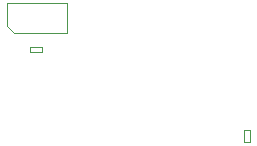
<source format=gbr>
G04 #@! TF.GenerationSoftware,KiCad,Pcbnew,(5.0.1)-4*
G04 #@! TF.CreationDate,2019-05-20T17:02:10-07:00*
G04 #@! TF.ProjectId,Fanout_circuit,46616E6F75745F636972637569742E6B,rev?*
G04 #@! TF.SameCoordinates,Original*
G04 #@! TF.FileFunction,Other,Fab,Top*
%FSLAX46Y46*%
G04 Gerber Fmt 4.6, Leading zero omitted, Abs format (unit mm)*
G04 Created by KiCad (PCBNEW (5.0.1)-4) date 5/20/2019 5:02:10 PM*
%MOMM*%
%LPD*%
G01*
G04 APERTURE LIST*
%ADD10C,0.100000*%
G04 APERTURE END LIST*
D10*
G04 #@! TO.C,J3*
X116615000Y-75320000D02*
X115980000Y-74685000D01*
X121060000Y-75320000D02*
X116615000Y-75320000D01*
X121060000Y-72780000D02*
X121060000Y-75320000D01*
X115980000Y-72780000D02*
X121060000Y-72780000D01*
X115980000Y-74685000D02*
X115980000Y-72780000D01*
G04 #@! TO.C,R1*
X136100000Y-84500000D02*
X136100000Y-83500000D01*
X136100000Y-83500000D02*
X136600000Y-83500000D01*
X136600000Y-83500000D02*
X136600000Y-84500000D01*
X136600000Y-84500000D02*
X136100000Y-84500000D01*
G04 #@! TO.C,C1*
X117975000Y-76425000D02*
X118975000Y-76425000D01*
X118975000Y-76425000D02*
X118975000Y-76925000D01*
X118975000Y-76925000D02*
X117975000Y-76925000D01*
X117975000Y-76925000D02*
X117975000Y-76425000D01*
G04 #@! TD*
M02*

</source>
